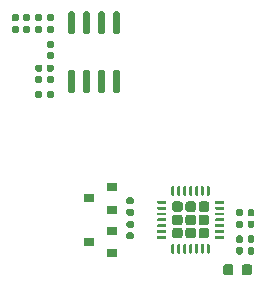
<source format=gbp>
G04 #@! TF.GenerationSoftware,KiCad,Pcbnew,(5.1.6)-1*
G04 #@! TF.CreationDate,2020-09-05T22:14:22+08:00*
G04 #@! TF.ProjectId,epaper,65706170-6572-42e6-9b69-6361645f7063,rev?*
G04 #@! TF.SameCoordinates,Original*
G04 #@! TF.FileFunction,Paste,Bot*
G04 #@! TF.FilePolarity,Positive*
%FSLAX46Y46*%
G04 Gerber Fmt 4.6, Leading zero omitted, Abs format (unit mm)*
G04 Created by KiCad (PCBNEW (5.1.6)-1) date 2020-09-05 22:14:22*
%MOMM*%
%LPD*%
G01*
G04 APERTURE LIST*
%ADD10R,0.900000X0.800000*%
G04 APERTURE END LIST*
G36*
G01*
X114440000Y-112422500D02*
X114440000Y-112077500D01*
G75*
G02*
X114587500Y-111930000I147500J0D01*
G01*
X114882500Y-111930000D01*
G75*
G02*
X115030000Y-112077500I0J-147500D01*
G01*
X115030000Y-112422500D01*
G75*
G02*
X114882500Y-112570000I-147500J0D01*
G01*
X114587500Y-112570000D01*
G75*
G02*
X114440000Y-112422500I0J147500D01*
G01*
G37*
G36*
G01*
X113470000Y-112422500D02*
X113470000Y-112077500D01*
G75*
G02*
X113617500Y-111930000I147500J0D01*
G01*
X113912500Y-111930000D01*
G75*
G02*
X114060000Y-112077500I0J-147500D01*
G01*
X114060000Y-112422500D01*
G75*
G02*
X113912500Y-112570000I-147500J0D01*
G01*
X113617500Y-112570000D01*
G75*
G02*
X113470000Y-112422500I0J147500D01*
G01*
G37*
G36*
G01*
X114440000Y-113422500D02*
X114440000Y-113077500D01*
G75*
G02*
X114587500Y-112930000I147500J0D01*
G01*
X114882500Y-112930000D01*
G75*
G02*
X115030000Y-113077500I0J-147500D01*
G01*
X115030000Y-113422500D01*
G75*
G02*
X114882500Y-113570000I-147500J0D01*
G01*
X114587500Y-113570000D01*
G75*
G02*
X114440000Y-113422500I0J147500D01*
G01*
G37*
G36*
G01*
X113470000Y-113422500D02*
X113470000Y-113077500D01*
G75*
G02*
X113617500Y-112930000I147500J0D01*
G01*
X113912500Y-112930000D01*
G75*
G02*
X114060000Y-113077500I0J-147500D01*
G01*
X114060000Y-113422500D01*
G75*
G02*
X113912500Y-113570000I-147500J0D01*
G01*
X113617500Y-113570000D01*
G75*
G02*
X113470000Y-113422500I0J147500D01*
G01*
G37*
D10*
X101000000Y-114755001D03*
X103000000Y-115705001D03*
X103000000Y-113805001D03*
X101000000Y-111050000D03*
X103000000Y-112000000D03*
X103000000Y-110100000D03*
G36*
G01*
X112474999Y-111312501D02*
X112474999Y-111437501D01*
G75*
G02*
X112412499Y-111500001I-62500J0D01*
G01*
X111737499Y-111500001D01*
G75*
G02*
X111674999Y-111437501I0J62500D01*
G01*
X111674999Y-111312501D01*
G75*
G02*
X111737499Y-111250001I62500J0D01*
G01*
X112412499Y-111250001D01*
G75*
G02*
X112474999Y-111312501I0J-62500D01*
G01*
G37*
G36*
G01*
X112474999Y-111812501D02*
X112474999Y-111937501D01*
G75*
G02*
X112412499Y-112000001I-62500J0D01*
G01*
X111737499Y-112000001D01*
G75*
G02*
X111674999Y-111937501I0J62500D01*
G01*
X111674999Y-111812501D01*
G75*
G02*
X111737499Y-111750001I62500J0D01*
G01*
X112412499Y-111750001D01*
G75*
G02*
X112474999Y-111812501I0J-62500D01*
G01*
G37*
G36*
G01*
X112474999Y-112312501D02*
X112474999Y-112437501D01*
G75*
G02*
X112412499Y-112500001I-62500J0D01*
G01*
X111737499Y-112500001D01*
G75*
G02*
X111674999Y-112437501I0J62500D01*
G01*
X111674999Y-112312501D01*
G75*
G02*
X111737499Y-112250001I62500J0D01*
G01*
X112412499Y-112250001D01*
G75*
G02*
X112474999Y-112312501I0J-62500D01*
G01*
G37*
G36*
G01*
X112474999Y-112812501D02*
X112474999Y-112937501D01*
G75*
G02*
X112412499Y-113000001I-62500J0D01*
G01*
X111737499Y-113000001D01*
G75*
G02*
X111674999Y-112937501I0J62500D01*
G01*
X111674999Y-112812501D01*
G75*
G02*
X111737499Y-112750001I62500J0D01*
G01*
X112412499Y-112750001D01*
G75*
G02*
X112474999Y-112812501I0J-62500D01*
G01*
G37*
G36*
G01*
X112474999Y-113312501D02*
X112474999Y-113437501D01*
G75*
G02*
X112412499Y-113500001I-62500J0D01*
G01*
X111737499Y-113500001D01*
G75*
G02*
X111674999Y-113437501I0J62500D01*
G01*
X111674999Y-113312501D01*
G75*
G02*
X111737499Y-113250001I62500J0D01*
G01*
X112412499Y-113250001D01*
G75*
G02*
X112474999Y-113312501I0J-62500D01*
G01*
G37*
G36*
G01*
X112474999Y-113812501D02*
X112474999Y-113937501D01*
G75*
G02*
X112412499Y-114000001I-62500J0D01*
G01*
X111737499Y-114000001D01*
G75*
G02*
X111674999Y-113937501I0J62500D01*
G01*
X111674999Y-113812501D01*
G75*
G02*
X111737499Y-113750001I62500J0D01*
G01*
X112412499Y-113750001D01*
G75*
G02*
X112474999Y-113812501I0J-62500D01*
G01*
G37*
G36*
G01*
X112474999Y-114312501D02*
X112474999Y-114437501D01*
G75*
G02*
X112412499Y-114500001I-62500J0D01*
G01*
X111737499Y-114500001D01*
G75*
G02*
X111674999Y-114437501I0J62500D01*
G01*
X111674999Y-114312501D01*
G75*
G02*
X111737499Y-114250001I62500J0D01*
G01*
X112412499Y-114250001D01*
G75*
G02*
X112474999Y-114312501I0J-62500D01*
G01*
G37*
G36*
G01*
X111249999Y-114987501D02*
X111249999Y-115662501D01*
G75*
G02*
X111187499Y-115725001I-62500J0D01*
G01*
X111062499Y-115725001D01*
G75*
G02*
X110999999Y-115662501I0J62500D01*
G01*
X110999999Y-114987501D01*
G75*
G02*
X111062499Y-114925001I62500J0D01*
G01*
X111187499Y-114925001D01*
G75*
G02*
X111249999Y-114987501I0J-62500D01*
G01*
G37*
G36*
G01*
X110749999Y-114987501D02*
X110749999Y-115662501D01*
G75*
G02*
X110687499Y-115725001I-62500J0D01*
G01*
X110562499Y-115725001D01*
G75*
G02*
X110499999Y-115662501I0J62500D01*
G01*
X110499999Y-114987501D01*
G75*
G02*
X110562499Y-114925001I62500J0D01*
G01*
X110687499Y-114925001D01*
G75*
G02*
X110749999Y-114987501I0J-62500D01*
G01*
G37*
G36*
G01*
X110249999Y-114987501D02*
X110249999Y-115662501D01*
G75*
G02*
X110187499Y-115725001I-62500J0D01*
G01*
X110062499Y-115725001D01*
G75*
G02*
X109999999Y-115662501I0J62500D01*
G01*
X109999999Y-114987501D01*
G75*
G02*
X110062499Y-114925001I62500J0D01*
G01*
X110187499Y-114925001D01*
G75*
G02*
X110249999Y-114987501I0J-62500D01*
G01*
G37*
G36*
G01*
X109749999Y-114987501D02*
X109749999Y-115662501D01*
G75*
G02*
X109687499Y-115725001I-62500J0D01*
G01*
X109562499Y-115725001D01*
G75*
G02*
X109499999Y-115662501I0J62500D01*
G01*
X109499999Y-114987501D01*
G75*
G02*
X109562499Y-114925001I62500J0D01*
G01*
X109687499Y-114925001D01*
G75*
G02*
X109749999Y-114987501I0J-62500D01*
G01*
G37*
G36*
G01*
X109249999Y-114987501D02*
X109249999Y-115662501D01*
G75*
G02*
X109187499Y-115725001I-62500J0D01*
G01*
X109062499Y-115725001D01*
G75*
G02*
X108999999Y-115662501I0J62500D01*
G01*
X108999999Y-114987501D01*
G75*
G02*
X109062499Y-114925001I62500J0D01*
G01*
X109187499Y-114925001D01*
G75*
G02*
X109249999Y-114987501I0J-62500D01*
G01*
G37*
G36*
G01*
X108749999Y-114987501D02*
X108749999Y-115662501D01*
G75*
G02*
X108687499Y-115725001I-62500J0D01*
G01*
X108562499Y-115725001D01*
G75*
G02*
X108499999Y-115662501I0J62500D01*
G01*
X108499999Y-114987501D01*
G75*
G02*
X108562499Y-114925001I62500J0D01*
G01*
X108687499Y-114925001D01*
G75*
G02*
X108749999Y-114987501I0J-62500D01*
G01*
G37*
G36*
G01*
X108249999Y-114987501D02*
X108249999Y-115662501D01*
G75*
G02*
X108187499Y-115725001I-62500J0D01*
G01*
X108062499Y-115725001D01*
G75*
G02*
X107999999Y-115662501I0J62500D01*
G01*
X107999999Y-114987501D01*
G75*
G02*
X108062499Y-114925001I62500J0D01*
G01*
X108187499Y-114925001D01*
G75*
G02*
X108249999Y-114987501I0J-62500D01*
G01*
G37*
G36*
G01*
X107574999Y-114312501D02*
X107574999Y-114437501D01*
G75*
G02*
X107512499Y-114500001I-62500J0D01*
G01*
X106837499Y-114500001D01*
G75*
G02*
X106774999Y-114437501I0J62500D01*
G01*
X106774999Y-114312501D01*
G75*
G02*
X106837499Y-114250001I62500J0D01*
G01*
X107512499Y-114250001D01*
G75*
G02*
X107574999Y-114312501I0J-62500D01*
G01*
G37*
G36*
G01*
X107574999Y-113812501D02*
X107574999Y-113937501D01*
G75*
G02*
X107512499Y-114000001I-62500J0D01*
G01*
X106837499Y-114000001D01*
G75*
G02*
X106774999Y-113937501I0J62500D01*
G01*
X106774999Y-113812501D01*
G75*
G02*
X106837499Y-113750001I62500J0D01*
G01*
X107512499Y-113750001D01*
G75*
G02*
X107574999Y-113812501I0J-62500D01*
G01*
G37*
G36*
G01*
X107574999Y-113312501D02*
X107574999Y-113437501D01*
G75*
G02*
X107512499Y-113500001I-62500J0D01*
G01*
X106837499Y-113500001D01*
G75*
G02*
X106774999Y-113437501I0J62500D01*
G01*
X106774999Y-113312501D01*
G75*
G02*
X106837499Y-113250001I62500J0D01*
G01*
X107512499Y-113250001D01*
G75*
G02*
X107574999Y-113312501I0J-62500D01*
G01*
G37*
G36*
G01*
X107574999Y-112812501D02*
X107574999Y-112937501D01*
G75*
G02*
X107512499Y-113000001I-62500J0D01*
G01*
X106837499Y-113000001D01*
G75*
G02*
X106774999Y-112937501I0J62500D01*
G01*
X106774999Y-112812501D01*
G75*
G02*
X106837499Y-112750001I62500J0D01*
G01*
X107512499Y-112750001D01*
G75*
G02*
X107574999Y-112812501I0J-62500D01*
G01*
G37*
G36*
G01*
X107574999Y-112312501D02*
X107574999Y-112437501D01*
G75*
G02*
X107512499Y-112500001I-62500J0D01*
G01*
X106837499Y-112500001D01*
G75*
G02*
X106774999Y-112437501I0J62500D01*
G01*
X106774999Y-112312501D01*
G75*
G02*
X106837499Y-112250001I62500J0D01*
G01*
X107512499Y-112250001D01*
G75*
G02*
X107574999Y-112312501I0J-62500D01*
G01*
G37*
G36*
G01*
X107574999Y-111812501D02*
X107574999Y-111937501D01*
G75*
G02*
X107512499Y-112000001I-62500J0D01*
G01*
X106837499Y-112000001D01*
G75*
G02*
X106774999Y-111937501I0J62500D01*
G01*
X106774999Y-111812501D01*
G75*
G02*
X106837499Y-111750001I62500J0D01*
G01*
X107512499Y-111750001D01*
G75*
G02*
X107574999Y-111812501I0J-62500D01*
G01*
G37*
G36*
G01*
X107574999Y-111312501D02*
X107574999Y-111437501D01*
G75*
G02*
X107512499Y-111500001I-62500J0D01*
G01*
X106837499Y-111500001D01*
G75*
G02*
X106774999Y-111437501I0J62500D01*
G01*
X106774999Y-111312501D01*
G75*
G02*
X106837499Y-111250001I62500J0D01*
G01*
X107512499Y-111250001D01*
G75*
G02*
X107574999Y-111312501I0J-62500D01*
G01*
G37*
G36*
G01*
X108249999Y-110087501D02*
X108249999Y-110762501D01*
G75*
G02*
X108187499Y-110825001I-62500J0D01*
G01*
X108062499Y-110825001D01*
G75*
G02*
X107999999Y-110762501I0J62500D01*
G01*
X107999999Y-110087501D01*
G75*
G02*
X108062499Y-110025001I62500J0D01*
G01*
X108187499Y-110025001D01*
G75*
G02*
X108249999Y-110087501I0J-62500D01*
G01*
G37*
G36*
G01*
X108749999Y-110087501D02*
X108749999Y-110762501D01*
G75*
G02*
X108687499Y-110825001I-62500J0D01*
G01*
X108562499Y-110825001D01*
G75*
G02*
X108499999Y-110762501I0J62500D01*
G01*
X108499999Y-110087501D01*
G75*
G02*
X108562499Y-110025001I62500J0D01*
G01*
X108687499Y-110025001D01*
G75*
G02*
X108749999Y-110087501I0J-62500D01*
G01*
G37*
G36*
G01*
X109249999Y-110087501D02*
X109249999Y-110762501D01*
G75*
G02*
X109187499Y-110825001I-62500J0D01*
G01*
X109062499Y-110825001D01*
G75*
G02*
X108999999Y-110762501I0J62500D01*
G01*
X108999999Y-110087501D01*
G75*
G02*
X109062499Y-110025001I62500J0D01*
G01*
X109187499Y-110025001D01*
G75*
G02*
X109249999Y-110087501I0J-62500D01*
G01*
G37*
G36*
G01*
X109749999Y-110087501D02*
X109749999Y-110762501D01*
G75*
G02*
X109687499Y-110825001I-62500J0D01*
G01*
X109562499Y-110825001D01*
G75*
G02*
X109499999Y-110762501I0J62500D01*
G01*
X109499999Y-110087501D01*
G75*
G02*
X109562499Y-110025001I62500J0D01*
G01*
X109687499Y-110025001D01*
G75*
G02*
X109749999Y-110087501I0J-62500D01*
G01*
G37*
G36*
G01*
X110249999Y-110087501D02*
X110249999Y-110762501D01*
G75*
G02*
X110187499Y-110825001I-62500J0D01*
G01*
X110062499Y-110825001D01*
G75*
G02*
X109999999Y-110762501I0J62500D01*
G01*
X109999999Y-110087501D01*
G75*
G02*
X110062499Y-110025001I62500J0D01*
G01*
X110187499Y-110025001D01*
G75*
G02*
X110249999Y-110087501I0J-62500D01*
G01*
G37*
G36*
G01*
X110749999Y-110087501D02*
X110749999Y-110762501D01*
G75*
G02*
X110687499Y-110825001I-62500J0D01*
G01*
X110562499Y-110825001D01*
G75*
G02*
X110499999Y-110762501I0J62500D01*
G01*
X110499999Y-110087501D01*
G75*
G02*
X110562499Y-110025001I62500J0D01*
G01*
X110687499Y-110025001D01*
G75*
G02*
X110749999Y-110087501I0J-62500D01*
G01*
G37*
G36*
G01*
X111249999Y-110087501D02*
X111249999Y-110762501D01*
G75*
G02*
X111187499Y-110825001I-62500J0D01*
G01*
X111062499Y-110825001D01*
G75*
G02*
X110999999Y-110762501I0J62500D01*
G01*
X110999999Y-110087501D01*
G75*
G02*
X111062499Y-110025001I62500J0D01*
G01*
X111187499Y-110025001D01*
G75*
G02*
X111249999Y-110087501I0J-62500D01*
G01*
G37*
G36*
G01*
X111194999Y-111530001D02*
X111194999Y-111980001D01*
G75*
G02*
X110969999Y-112205001I-225000J0D01*
G01*
X110519999Y-112205001D01*
G75*
G02*
X110294999Y-111980001I0J225000D01*
G01*
X110294999Y-111530001D01*
G75*
G02*
X110519999Y-111305001I225000J0D01*
G01*
X110969999Y-111305001D01*
G75*
G02*
X111194999Y-111530001I0J-225000D01*
G01*
G37*
G36*
G01*
X111194999Y-112650001D02*
X111194999Y-113100001D01*
G75*
G02*
X110969999Y-113325001I-225000J0D01*
G01*
X110519999Y-113325001D01*
G75*
G02*
X110294999Y-113100001I0J225000D01*
G01*
X110294999Y-112650001D01*
G75*
G02*
X110519999Y-112425001I225000J0D01*
G01*
X110969999Y-112425001D01*
G75*
G02*
X111194999Y-112650001I0J-225000D01*
G01*
G37*
G36*
G01*
X111194999Y-113770001D02*
X111194999Y-114220001D01*
G75*
G02*
X110969999Y-114445001I-225000J0D01*
G01*
X110519999Y-114445001D01*
G75*
G02*
X110294999Y-114220001I0J225000D01*
G01*
X110294999Y-113770001D01*
G75*
G02*
X110519999Y-113545001I225000J0D01*
G01*
X110969999Y-113545001D01*
G75*
G02*
X111194999Y-113770001I0J-225000D01*
G01*
G37*
G36*
G01*
X110074999Y-111530001D02*
X110074999Y-111980001D01*
G75*
G02*
X109849999Y-112205001I-225000J0D01*
G01*
X109399999Y-112205001D01*
G75*
G02*
X109174999Y-111980001I0J225000D01*
G01*
X109174999Y-111530001D01*
G75*
G02*
X109399999Y-111305001I225000J0D01*
G01*
X109849999Y-111305001D01*
G75*
G02*
X110074999Y-111530001I0J-225000D01*
G01*
G37*
G36*
G01*
X110074999Y-112650001D02*
X110074999Y-113100001D01*
G75*
G02*
X109849999Y-113325001I-225000J0D01*
G01*
X109399999Y-113325001D01*
G75*
G02*
X109174999Y-113100001I0J225000D01*
G01*
X109174999Y-112650001D01*
G75*
G02*
X109399999Y-112425001I225000J0D01*
G01*
X109849999Y-112425001D01*
G75*
G02*
X110074999Y-112650001I0J-225000D01*
G01*
G37*
G36*
G01*
X110074999Y-113770001D02*
X110074999Y-114220001D01*
G75*
G02*
X109849999Y-114445001I-225000J0D01*
G01*
X109399999Y-114445001D01*
G75*
G02*
X109174999Y-114220001I0J225000D01*
G01*
X109174999Y-113770001D01*
G75*
G02*
X109399999Y-113545001I225000J0D01*
G01*
X109849999Y-113545001D01*
G75*
G02*
X110074999Y-113770001I0J-225000D01*
G01*
G37*
G36*
G01*
X108954999Y-111530001D02*
X108954999Y-111980001D01*
G75*
G02*
X108729999Y-112205001I-225000J0D01*
G01*
X108279999Y-112205001D01*
G75*
G02*
X108054999Y-111980001I0J225000D01*
G01*
X108054999Y-111530001D01*
G75*
G02*
X108279999Y-111305001I225000J0D01*
G01*
X108729999Y-111305001D01*
G75*
G02*
X108954999Y-111530001I0J-225000D01*
G01*
G37*
G36*
G01*
X108954999Y-112650001D02*
X108954999Y-113100001D01*
G75*
G02*
X108729999Y-113325001I-225000J0D01*
G01*
X108279999Y-113325001D01*
G75*
G02*
X108054999Y-113100001I0J225000D01*
G01*
X108054999Y-112650001D01*
G75*
G02*
X108279999Y-112425001I225000J0D01*
G01*
X108729999Y-112425001D01*
G75*
G02*
X108954999Y-112650001I0J-225000D01*
G01*
G37*
G36*
G01*
X108954999Y-113770001D02*
X108954999Y-114220001D01*
G75*
G02*
X108729999Y-114445001I-225000J0D01*
G01*
X108279999Y-114445001D01*
G75*
G02*
X108054999Y-114220001I0J225000D01*
G01*
X108054999Y-113770001D01*
G75*
G02*
X108279999Y-113545001I225000J0D01*
G01*
X108729999Y-113545001D01*
G75*
G02*
X108954999Y-113770001I0J-225000D01*
G01*
G37*
G36*
G01*
X104672500Y-111560000D02*
X104327500Y-111560000D01*
G75*
G02*
X104180000Y-111412500I0J147500D01*
G01*
X104180000Y-111117500D01*
G75*
G02*
X104327500Y-110970000I147500J0D01*
G01*
X104672500Y-110970000D01*
G75*
G02*
X104820000Y-111117500I0J-147500D01*
G01*
X104820000Y-111412500D01*
G75*
G02*
X104672500Y-111560000I-147500J0D01*
G01*
G37*
G36*
G01*
X104672500Y-112530000D02*
X104327500Y-112530000D01*
G75*
G02*
X104180000Y-112382500I0J147500D01*
G01*
X104180000Y-112087500D01*
G75*
G02*
X104327500Y-111940000I147500J0D01*
G01*
X104672500Y-111940000D01*
G75*
G02*
X104820000Y-112087500I0J-147500D01*
G01*
X104820000Y-112382500D01*
G75*
G02*
X104672500Y-112530000I-147500J0D01*
G01*
G37*
G36*
G01*
X104327500Y-113940000D02*
X104672500Y-113940000D01*
G75*
G02*
X104820000Y-114087500I0J-147500D01*
G01*
X104820000Y-114382500D01*
G75*
G02*
X104672500Y-114530000I-147500J0D01*
G01*
X104327500Y-114530000D01*
G75*
G02*
X104180000Y-114382500I0J147500D01*
G01*
X104180000Y-114087500D01*
G75*
G02*
X104327500Y-113940000I147500J0D01*
G01*
G37*
G36*
G01*
X104327500Y-112970000D02*
X104672500Y-112970000D01*
G75*
G02*
X104820000Y-113117500I0J-147500D01*
G01*
X104820000Y-113412500D01*
G75*
G02*
X104672500Y-113560000I-147500J0D01*
G01*
X104327500Y-113560000D01*
G75*
G02*
X104180000Y-113412500I0J147500D01*
G01*
X104180000Y-113117500D01*
G75*
G02*
X104327500Y-112970000I147500J0D01*
G01*
G37*
G36*
G01*
X114060000Y-115327500D02*
X114060000Y-115672500D01*
G75*
G02*
X113912500Y-115820000I-147500J0D01*
G01*
X113617500Y-115820000D01*
G75*
G02*
X113470000Y-115672500I0J147500D01*
G01*
X113470000Y-115327500D01*
G75*
G02*
X113617500Y-115180000I147500J0D01*
G01*
X113912500Y-115180000D01*
G75*
G02*
X114060000Y-115327500I0J-147500D01*
G01*
G37*
G36*
G01*
X115030000Y-115327500D02*
X115030000Y-115672500D01*
G75*
G02*
X114882500Y-115820000I-147500J0D01*
G01*
X114587500Y-115820000D01*
G75*
G02*
X114440000Y-115672500I0J147500D01*
G01*
X114440000Y-115327500D01*
G75*
G02*
X114587500Y-115180000I147500J0D01*
G01*
X114882500Y-115180000D01*
G75*
G02*
X115030000Y-115327500I0J-147500D01*
G01*
G37*
G36*
G01*
X114060000Y-114327500D02*
X114060000Y-114672500D01*
G75*
G02*
X113912500Y-114820000I-147500J0D01*
G01*
X113617500Y-114820000D01*
G75*
G02*
X113470000Y-114672500I0J147500D01*
G01*
X113470000Y-114327500D01*
G75*
G02*
X113617500Y-114180000I147500J0D01*
G01*
X113912500Y-114180000D01*
G75*
G02*
X114060000Y-114327500I0J-147500D01*
G01*
G37*
G36*
G01*
X115030000Y-114327500D02*
X115030000Y-114672500D01*
G75*
G02*
X114882500Y-114820000I-147500J0D01*
G01*
X114587500Y-114820000D01*
G75*
G02*
X114440000Y-114672500I0J147500D01*
G01*
X114440000Y-114327500D01*
G75*
G02*
X114587500Y-114180000I147500J0D01*
G01*
X114882500Y-114180000D01*
G75*
G02*
X115030000Y-114327500I0J-147500D01*
G01*
G37*
G36*
G01*
X113950000Y-117356250D02*
X113950000Y-116843750D01*
G75*
G02*
X114168750Y-116625000I218750J0D01*
G01*
X114606250Y-116625000D01*
G75*
G02*
X114825000Y-116843750I0J-218750D01*
G01*
X114825000Y-117356250D01*
G75*
G02*
X114606250Y-117575000I-218750J0D01*
G01*
X114168750Y-117575000D01*
G75*
G02*
X113950000Y-117356250I0J218750D01*
G01*
G37*
G36*
G01*
X112375000Y-117356250D02*
X112375000Y-116843750D01*
G75*
G02*
X112593750Y-116625000I218750J0D01*
G01*
X113031250Y-116625000D01*
G75*
G02*
X113250000Y-116843750I0J-218750D01*
G01*
X113250000Y-117356250D01*
G75*
G02*
X113031250Y-117575000I-218750J0D01*
G01*
X112593750Y-117575000D01*
G75*
G02*
X112375000Y-117356250I0J218750D01*
G01*
G37*
G36*
G01*
X103509999Y-97174999D02*
X103209999Y-97174999D01*
G75*
G02*
X103059999Y-97024999I0J150000D01*
G01*
X103059999Y-95374999D01*
G75*
G02*
X103209999Y-95224999I150000J0D01*
G01*
X103509999Y-95224999D01*
G75*
G02*
X103659999Y-95374999I0J-150000D01*
G01*
X103659999Y-97024999D01*
G75*
G02*
X103509999Y-97174999I-150000J0D01*
G01*
G37*
G36*
G01*
X102239999Y-97174999D02*
X101939999Y-97174999D01*
G75*
G02*
X101789999Y-97024999I0J150000D01*
G01*
X101789999Y-95374999D01*
G75*
G02*
X101939999Y-95224999I150000J0D01*
G01*
X102239999Y-95224999D01*
G75*
G02*
X102389999Y-95374999I0J-150000D01*
G01*
X102389999Y-97024999D01*
G75*
G02*
X102239999Y-97174999I-150000J0D01*
G01*
G37*
G36*
G01*
X100969999Y-97174999D02*
X100669999Y-97174999D01*
G75*
G02*
X100519999Y-97024999I0J150000D01*
G01*
X100519999Y-95374999D01*
G75*
G02*
X100669999Y-95224999I150000J0D01*
G01*
X100969999Y-95224999D01*
G75*
G02*
X101119999Y-95374999I0J-150000D01*
G01*
X101119999Y-97024999D01*
G75*
G02*
X100969999Y-97174999I-150000J0D01*
G01*
G37*
G36*
G01*
X99699999Y-97174999D02*
X99399999Y-97174999D01*
G75*
G02*
X99249999Y-97024999I0J150000D01*
G01*
X99249999Y-95374999D01*
G75*
G02*
X99399999Y-95224999I150000J0D01*
G01*
X99699999Y-95224999D01*
G75*
G02*
X99849999Y-95374999I0J-150000D01*
G01*
X99849999Y-97024999D01*
G75*
G02*
X99699999Y-97174999I-150000J0D01*
G01*
G37*
G36*
G01*
X99699999Y-102124999D02*
X99399999Y-102124999D01*
G75*
G02*
X99249999Y-101974999I0J150000D01*
G01*
X99249999Y-100324999D01*
G75*
G02*
X99399999Y-100174999I150000J0D01*
G01*
X99699999Y-100174999D01*
G75*
G02*
X99849999Y-100324999I0J-150000D01*
G01*
X99849999Y-101974999D01*
G75*
G02*
X99699999Y-102124999I-150000J0D01*
G01*
G37*
G36*
G01*
X100969999Y-102124999D02*
X100669999Y-102124999D01*
G75*
G02*
X100519999Y-101974999I0J150000D01*
G01*
X100519999Y-100324999D01*
G75*
G02*
X100669999Y-100174999I150000J0D01*
G01*
X100969999Y-100174999D01*
G75*
G02*
X101119999Y-100324999I0J-150000D01*
G01*
X101119999Y-101974999D01*
G75*
G02*
X100969999Y-102124999I-150000J0D01*
G01*
G37*
G36*
G01*
X102239999Y-102124999D02*
X101939999Y-102124999D01*
G75*
G02*
X101789999Y-101974999I0J150000D01*
G01*
X101789999Y-100324999D01*
G75*
G02*
X101939999Y-100174999I150000J0D01*
G01*
X102239999Y-100174999D01*
G75*
G02*
X102389999Y-100324999I0J-150000D01*
G01*
X102389999Y-101974999D01*
G75*
G02*
X102239999Y-102124999I-150000J0D01*
G01*
G37*
G36*
G01*
X103509999Y-102124999D02*
X103209999Y-102124999D01*
G75*
G02*
X103059999Y-101974999I0J150000D01*
G01*
X103059999Y-100324999D01*
G75*
G02*
X103209999Y-100174999I150000J0D01*
G01*
X103509999Y-100174999D01*
G75*
G02*
X103659999Y-100324999I0J-150000D01*
G01*
X103659999Y-101974999D01*
G75*
G02*
X103509999Y-102124999I-150000J0D01*
G01*
G37*
G36*
G01*
X97577500Y-98690000D02*
X97922500Y-98690000D01*
G75*
G02*
X98070000Y-98837500I0J-147500D01*
G01*
X98070000Y-99132500D01*
G75*
G02*
X97922500Y-99280000I-147500J0D01*
G01*
X97577500Y-99280000D01*
G75*
G02*
X97430000Y-99132500I0J147500D01*
G01*
X97430000Y-98837500D01*
G75*
G02*
X97577500Y-98690000I147500J0D01*
G01*
G37*
G36*
G01*
X97577500Y-97720000D02*
X97922500Y-97720000D01*
G75*
G02*
X98070000Y-97867500I0J-147500D01*
G01*
X98070000Y-98162500D01*
G75*
G02*
X97922500Y-98310000I-147500J0D01*
G01*
X97577500Y-98310000D01*
G75*
G02*
X97430000Y-98162500I0J147500D01*
G01*
X97430000Y-97867500D01*
G75*
G02*
X97577500Y-97720000I147500J0D01*
G01*
G37*
G36*
G01*
X97577500Y-100690000D02*
X97922500Y-100690000D01*
G75*
G02*
X98070000Y-100837500I0J-147500D01*
G01*
X98070000Y-101132500D01*
G75*
G02*
X97922500Y-101280000I-147500J0D01*
G01*
X97577500Y-101280000D01*
G75*
G02*
X97430000Y-101132500I0J147500D01*
G01*
X97430000Y-100837500D01*
G75*
G02*
X97577500Y-100690000I147500J0D01*
G01*
G37*
G36*
G01*
X97577500Y-99720000D02*
X97922500Y-99720000D01*
G75*
G02*
X98070000Y-99867500I0J-147500D01*
G01*
X98070000Y-100162500D01*
G75*
G02*
X97922500Y-100310000I-147500J0D01*
G01*
X97577500Y-100310000D01*
G75*
G02*
X97430000Y-100162500I0J147500D01*
G01*
X97430000Y-99867500D01*
G75*
G02*
X97577500Y-99720000I147500J0D01*
G01*
G37*
G36*
G01*
X96922500Y-96060000D02*
X96577500Y-96060000D01*
G75*
G02*
X96430000Y-95912500I0J147500D01*
G01*
X96430000Y-95617500D01*
G75*
G02*
X96577500Y-95470000I147500J0D01*
G01*
X96922500Y-95470000D01*
G75*
G02*
X97070000Y-95617500I0J-147500D01*
G01*
X97070000Y-95912500D01*
G75*
G02*
X96922500Y-96060000I-147500J0D01*
G01*
G37*
G36*
G01*
X96922500Y-97030000D02*
X96577500Y-97030000D01*
G75*
G02*
X96430000Y-96882500I0J147500D01*
G01*
X96430000Y-96587500D01*
G75*
G02*
X96577500Y-96440000I147500J0D01*
G01*
X96922500Y-96440000D01*
G75*
G02*
X97070000Y-96587500I0J-147500D01*
G01*
X97070000Y-96882500D01*
G75*
G02*
X96922500Y-97030000I-147500J0D01*
G01*
G37*
G36*
G01*
X95060000Y-95577500D02*
X95060000Y-95922500D01*
G75*
G02*
X94912500Y-96070000I-147500J0D01*
G01*
X94617500Y-96070000D01*
G75*
G02*
X94470000Y-95922500I0J147500D01*
G01*
X94470000Y-95577500D01*
G75*
G02*
X94617500Y-95430000I147500J0D01*
G01*
X94912500Y-95430000D01*
G75*
G02*
X95060000Y-95577500I0J-147500D01*
G01*
G37*
G36*
G01*
X96030000Y-95577500D02*
X96030000Y-95922500D01*
G75*
G02*
X95882500Y-96070000I-147500J0D01*
G01*
X95587500Y-96070000D01*
G75*
G02*
X95440000Y-95922500I0J147500D01*
G01*
X95440000Y-95577500D01*
G75*
G02*
X95587500Y-95430000I147500J0D01*
G01*
X95882500Y-95430000D01*
G75*
G02*
X96030000Y-95577500I0J-147500D01*
G01*
G37*
G36*
G01*
X97060000Y-102077500D02*
X97060000Y-102422500D01*
G75*
G02*
X96912500Y-102570000I-147500J0D01*
G01*
X96617500Y-102570000D01*
G75*
G02*
X96470000Y-102422500I0J147500D01*
G01*
X96470000Y-102077500D01*
G75*
G02*
X96617500Y-101930000I147500J0D01*
G01*
X96912500Y-101930000D01*
G75*
G02*
X97060000Y-102077500I0J-147500D01*
G01*
G37*
G36*
G01*
X98030000Y-102077500D02*
X98030000Y-102422500D01*
G75*
G02*
X97882500Y-102570000I-147500J0D01*
G01*
X97587500Y-102570000D01*
G75*
G02*
X97440000Y-102422500I0J147500D01*
G01*
X97440000Y-102077500D01*
G75*
G02*
X97587500Y-101930000I147500J0D01*
G01*
X97882500Y-101930000D01*
G75*
G02*
X98030000Y-102077500I0J-147500D01*
G01*
G37*
G36*
G01*
X96922500Y-100310000D02*
X96577500Y-100310000D01*
G75*
G02*
X96430000Y-100162500I0J147500D01*
G01*
X96430000Y-99867500D01*
G75*
G02*
X96577500Y-99720000I147500J0D01*
G01*
X96922500Y-99720000D01*
G75*
G02*
X97070000Y-99867500I0J-147500D01*
G01*
X97070000Y-100162500D01*
G75*
G02*
X96922500Y-100310000I-147500J0D01*
G01*
G37*
G36*
G01*
X96922500Y-101280000D02*
X96577500Y-101280000D01*
G75*
G02*
X96430000Y-101132500I0J147500D01*
G01*
X96430000Y-100837500D01*
G75*
G02*
X96577500Y-100690000I147500J0D01*
G01*
X96922500Y-100690000D01*
G75*
G02*
X97070000Y-100837500I0J-147500D01*
G01*
X97070000Y-101132500D01*
G75*
G02*
X96922500Y-101280000I-147500J0D01*
G01*
G37*
G36*
G01*
X97577500Y-96440000D02*
X97922500Y-96440000D01*
G75*
G02*
X98070000Y-96587500I0J-147500D01*
G01*
X98070000Y-96882500D01*
G75*
G02*
X97922500Y-97030000I-147500J0D01*
G01*
X97577500Y-97030000D01*
G75*
G02*
X97430000Y-96882500I0J147500D01*
G01*
X97430000Y-96587500D01*
G75*
G02*
X97577500Y-96440000I147500J0D01*
G01*
G37*
G36*
G01*
X97577500Y-95470000D02*
X97922500Y-95470000D01*
G75*
G02*
X98070000Y-95617500I0J-147500D01*
G01*
X98070000Y-95912500D01*
G75*
G02*
X97922500Y-96060000I-147500J0D01*
G01*
X97577500Y-96060000D01*
G75*
G02*
X97430000Y-95912500I0J147500D01*
G01*
X97430000Y-95617500D01*
G75*
G02*
X97577500Y-95470000I147500J0D01*
G01*
G37*
G36*
G01*
X95440000Y-96922500D02*
X95440000Y-96577500D01*
G75*
G02*
X95587500Y-96430000I147500J0D01*
G01*
X95882500Y-96430000D01*
G75*
G02*
X96030000Y-96577500I0J-147500D01*
G01*
X96030000Y-96922500D01*
G75*
G02*
X95882500Y-97070000I-147500J0D01*
G01*
X95587500Y-97070000D01*
G75*
G02*
X95440000Y-96922500I0J147500D01*
G01*
G37*
G36*
G01*
X94470000Y-96922500D02*
X94470000Y-96577500D01*
G75*
G02*
X94617500Y-96430000I147500J0D01*
G01*
X94912500Y-96430000D01*
G75*
G02*
X95060000Y-96577500I0J-147500D01*
G01*
X95060000Y-96922500D01*
G75*
G02*
X94912500Y-97070000I-147500J0D01*
G01*
X94617500Y-97070000D01*
G75*
G02*
X94470000Y-96922500I0J147500D01*
G01*
G37*
M02*

</source>
